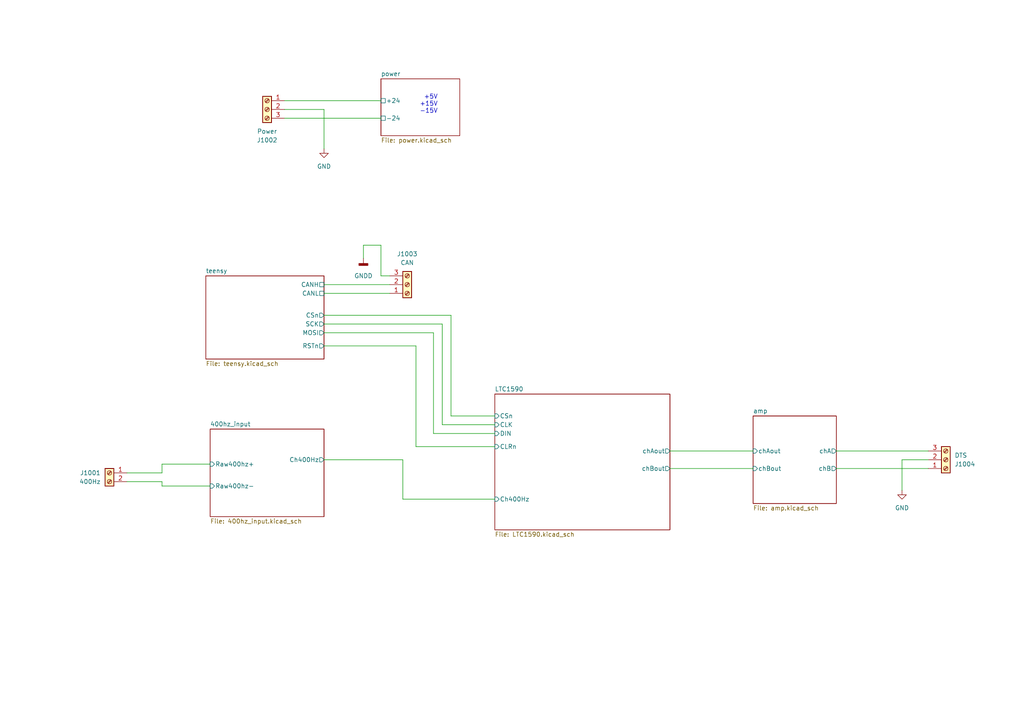
<source format=kicad_sch>
(kicad_sch (version 20231120) (generator "eeschema") (generator_version "8.0")
  (paper "A4")
  (lib_symbols
    (symbol "Connector:Screw_Terminal_01x02" (pin_names (offset 1.016) hide)
      (property "Reference" "J" (at 0 2.54 0))
      (property "Value" "Screw_Terminal_01x02" (at 0 -5.08 0))
      (symbol "Screw_Terminal_01x02_1_1"
        (rectangle (start -1.27 1.27) (end 1.27 -3.81) (stroke (width 0.254)) (fill (type background)))
        (circle (center 0 -2.54) (radius 0.635) (stroke (width 0.1524)))
        (polyline (pts (xy -0.5334 -2.2098) (xy 0.3302 -3.048)) (stroke (width 0.1524)))
        (polyline (pts (xy -0.5334 0.3302) (xy 0.3302 -0.508)) (stroke (width 0.1524)))
        (polyline (pts (xy -0.3556 -2.032) (xy 0.508 -2.8702)) (stroke (width 0.1524)))
        (polyline (pts (xy -0.3556 0.508) (xy 0.508 -0.3302)) (stroke (width 0.1524)))
        (circle (center 0 0) (radius 0.635) (stroke (width 0.1524)))
        (pin passive line (at -5.08 0 0) (length 3.81) (name "Pin_1") (number "1"))
        (pin passive line (at -5.08 -2.54 0) (length 3.81) (name "Pin_2") (number "2"))
      )
    )
    (symbol "Connector:Screw_Terminal_01x03" (pin_names (offset 1.016) hide)
      (property "Reference" "J" (at 0 5.08 0))
      (property "Value" "Screw_Terminal_01x03" (at 0 -5.08 0))
      (symbol "Screw_Terminal_01x03_1_1"
        (rectangle (start -1.27 3.81) (end 1.27 -3.81) (stroke (width 0.254)) (fill (type background)))
        (circle (center 0 -2.54) (radius 0.635) (stroke (width 0.1524)))
        (polyline (pts (xy -0.5334 -2.2098) (xy 0.3302 -3.048)) (stroke (width 0.1524)))
        (polyline (pts (xy -0.5334 0.3302) (xy 0.3302 -0.508)) (stroke (width 0.1524)))
        (polyline (pts (xy -0.5334 2.8702) (xy 0.3302 2.032)) (stroke (width 0.1524)))
        (polyline (pts (xy -0.3556 -2.032) (xy 0.508 -2.8702)) (stroke (width 0.1524)))
        (polyline (pts (xy -0.3556 0.508) (xy 0.508 -0.3302)) (stroke (width 0.1524)))
        (polyline (pts (xy -0.3556 3.048) (xy 0.508 2.2098)) (stroke (width 0.1524)))
        (circle (center 0 0) (radius 0.635) (stroke (width 0.1524)))
        (circle (center 0 2.54) (radius 0.635) (stroke (width 0.1524)))
        (pin passive line (at -5.08 2.54 0) (length 3.81) (name "Pin_1") (number "1"))
        (pin passive line (at -5.08 0 0) (length 3.81) (name "Pin_2") (number "2"))
        (pin passive line (at -5.08 -2.54 0) (length 3.81) (name "Pin_3") (number "3"))
      )
    )
    (symbol "power:GND" (power) (pin_names (offset 0))
      (property "Value" "GND" (at 0 -3.81 0))
      (symbol "GND_0_1"
        (polyline (pts (xy 0 0) (xy 0 -1.27) (xy 1.27 -1.27) (xy 0 -2.54) (xy -1.27 -1.27) (xy 0 -1.27)))
      )
      (symbol "GND_1_1"
        (pin power_in line (at 0 0 270) (length 0) hide (name "GND") (number "1"))
      )
    )
    (symbol "power:GNDD" (power) (pin_names (offset 0))
      (property "Value" "GNDD" (at 0 -3.175 0))
      (symbol "GNDD_0_1"
        (rectangle (start -1.27 -1.524) (end 1.27 -2.032) (stroke (width 0.254)) (fill (type outline)))
        (polyline (pts (xy 0 0) (xy 0 -1.524)))
      )
      (symbol "GNDD_1_1"
        (pin power_in line (at 0 0 270) (length 0) hide (name "GNDD") (number "1"))
      )
    )
  )
  (wire (pts (xy 128.27 93.98) (xy 93.98 93.98)))
  (wire (pts (xy 242.57 135.89) (xy 269.24 135.89)))
  (wire (pts (xy 194.31 130.81) (xy 218.44 130.81)))
  (wire (pts (xy 125.73 125.73) (xy 143.51 125.73)))
  (wire (pts (xy 130.81 91.44) (xy 130.81 120.65)))
  (wire (pts (xy 242.57 130.81) (xy 269.24 130.81)))
  (wire (pts (xy 120.65 100.33) (xy 93.98 100.33)))
  (wire (pts (xy 110.49 71.12) (xy 105.41 71.12)))
  (wire (pts (xy 113.03 80.01) (xy 110.49 80.01)))
  (wire (pts (xy 130.81 120.65) (xy 143.51 120.65)))
  (wire (pts (xy 128.27 123.19) (xy 128.27 93.98)))
  (wire (pts (xy 82.55 29.21) (xy 110.49 29.21)))
  (wire (pts (xy 46.99 137.16) (xy 46.99 134.62)))
  (wire (pts (xy 110.49 80.01) (xy 110.49 71.12)))
  (wire (pts (xy 93.98 133.35) (xy 116.84 133.35)))
  (wire (pts (xy 120.65 129.54) (xy 120.65 100.33)))
  (wire (pts (xy 105.41 71.12) (xy 105.41 74.93)))
  (wire (pts (xy 82.55 34.29) (xy 110.49 34.29)))
  (wire (pts (xy 261.62 133.35) (xy 261.62 142.24)))
  (wire (pts (xy 46.99 139.7) (xy 36.83 139.7)))
  (wire (pts (xy 60.96 140.97) (xy 46.99 140.97)))
  (wire (pts (xy 125.73 96.52) (xy 125.73 125.73)))
  (wire (pts (xy 93.98 82.55) (xy 113.03 82.55)))
  (wire (pts (xy 143.51 129.54) (xy 120.65 129.54)))
  (wire (pts (xy 194.31 135.89) (xy 218.44 135.89)))
  (wire (pts (xy 46.99 134.62) (xy 60.96 134.62)))
  (wire (pts (xy 46.99 140.97) (xy 46.99 139.7)))
  (wire (pts (xy 93.98 96.52) (xy 125.73 96.52)))
  (wire (pts (xy 269.24 133.35) (xy 261.62 133.35)))
  (wire (pts (xy 93.98 31.75) (xy 93.98 43.18)))
  (wire (pts (xy 116.84 133.35) (xy 116.84 144.78)))
  (wire (pts (xy 93.98 85.09) (xy 113.03 85.09)))
  (wire (pts (xy 93.98 91.44) (xy 130.81 91.44)))
  (wire (pts (xy 116.84 144.78) (xy 143.51 144.78)))
  (wire (pts (xy 36.83 137.16) (xy 46.99 137.16)))
  (wire (pts (xy 143.51 123.19) (xy 128.27 123.19)))
  (wire (pts (xy 82.55 31.75) (xy 93.98 31.75)))
  (text "+5V\n+15V\n-15V" (at 127 33.02 0) (effects (font (size 1.27 1.27)) (justify right bottom)))
  (symbol (lib_id "Connector:Screw_Terminal_01x03") (at 118.11 82.55 0) (mirror x) (unit 1)
    (property "Reference" "J1003" (at 118.11 73.66 0))
    (property "Value" "CAN" (at 118.11 76.2 0))
    (property "Footprint" "Connector_Phoenix_MC_HighVoltage:PhoenixContact_MCV_1,5_3-G-5.08_1x03_P5.08mm_Vertical" (effects (hide yes)))
  )
  (symbol (lib_id "power:GND") (at 93.98 43.18 0) (unit 1)
    (property "Reference" "#PWR0101" (effects (hide yes)))
    (property "Value" "GND" (at 93.98 48.26 0))
  )
  (symbol (lib_id "Connector:Screw_Terminal_01x02") (at 31.75 137.16 0) (mirror y) (unit 1)
    (property "Reference" "J1001" (at 29.21 137.16 0) (effects (justify left)))
    (property "Value" "400Hz" (at 29.21 139.7 0) (effects (justify left)))
    (property "Footprint" "Connector_Phoenix_MC_HighVoltage:PhoenixContact_MCV_1,5_2-G-5.08_1x02_P5.08mm_Vertical" (effects (hide yes)))
  )
  (symbol (lib_id "power:GNDD") (at 105.41 74.93 0) (unit 1)
    (property "Reference" "#PWR01001" (effects (hide yes)))
    (property "Value" "GNDD" (at 105.41 80.01 0))
  )
  (symbol (lib_id "Connector:Screw_Terminal_01x03") (at 77.47 31.75 0) (mirror y) (unit 1)
    (property "Reference" "J1002" (at 77.47 40.64 0))
    (property "Value" "Power" (at 77.47 38.1 0))
    (property "Footprint" "Connector_Phoenix_MC_HighVoltage:PhoenixContact_MCV_1,5_3-G-5.08_1x03_P5.08mm_Vertical" (effects (hide yes)))
  )
  (symbol (lib_id "Connector:Screw_Terminal_01x03") (at 274.32 133.35 0) (mirror x) (unit 1)
    (property "Reference" "J1004" (at 276.86 134.6201 0) (effects (justify left)))
    (property "Value" "DTS" (at 276.86 132.0801 0) (effects (justify left)))
    (property "Footprint" "Connector_Phoenix_MC_HighVoltage:PhoenixContact_MCV_1,5_3-G-5.08_1x03_P5.08mm_Vertical" (effects (hide yes)))
  )
  (symbol (lib_id "power:GND") (at 261.62 142.24 0) (unit 1)
    (property "Reference" "#PWR0102" (effects (hide yes)))
    (property "Value" "GND" (at 261.62 147.32 0))
  )
  (sheet (at 218.44 120.65) (size 24.13 25.4) (stroke (width 0.1524))
    (property "Sheetname" "amp" (at 218.44 119.9384 0) (effects (justify left bottom)))
    (property "Sheetfile" "amp.kicad_sch" (at 218.44 146.6346 0) (effects (justify left top)))
    (pin "chA" output (at 242.57 130.81 0))
    (pin "chAout" input (at 218.44 130.81 180))
    (pin "chBout" input (at 218.44 135.89 180))
    (pin "chB" output (at 242.57 135.89 0))
  )
  (sheet (at 143.51 114.3) (size 50.8 39.37) (stroke (width 0.1524))
    (property "Sheetname" "LTC1590" (at 143.51 113.5884 0) (effects (justify left bottom)))
    (property "Sheetfile" "LTC1590.kicad_sch" (at 143.51 154.2546 0) (effects (justify left top)))
    (pin "chBout" output (at 194.31 135.89 0))
    (pin "chAout" output (at 194.31 130.81 0))
    (pin "Ch400Hz" input (at 143.51 144.78 180))
    (pin "CSn" input (at 143.51 120.65 180))
    (pin "CLK" input (at 143.51 123.19 180))
    (pin "DIN" input (at 143.51 125.73 180))
    (pin "CLRn" input (at 143.51 129.54 180))
  )
  (sheet (at 110.49 22.86) (size 22.86 16.51) (stroke (width 0.1524))
    (property "Sheetname" "power" (at 110.49 22.1484 0) (effects (justify left bottom)))
    (property "Sheetfile" "power.kicad_sch" (at 110.49 39.9546 0) (effects (justify left top)))
    (pin "+24" passive (at 110.49 29.21 180))
    (pin "-24" passive (at 110.49 34.29 180))
  )
  (sheet (at 60.96 124.46) (size 33.02 25.4) (stroke (width 0.1524))
    (property "Sheetname" "400hz_input" (at 60.96 123.7484 0) (effects (justify left bottom)))
    (property "Sheetfile" "400hz_input.kicad_sch" (at 60.96 150.4446 0) (effects (justify left top)))
    (pin "Raw400hz+" input (at 60.96 134.62 180))
    (pin "Raw400hz-" input (at 60.96 140.97 180))
    (pin "Ch400Hz" output (at 93.98 133.35 0))
  )
  (sheet (at 59.69 80.01) (size 34.29 24.13) (stroke (width 0.1524))
    (property "Sheetname" "teensy" (at 59.69 79.2984 0) (effects (justify left bottom)))
    (property "Sheetfile" "teensy.kicad_sch" (at 59.69 104.7246 0) (effects (justify left top)))
    (pin "SCK" output (at 93.98 93.98 0))
    (pin "CSn" output (at 93.98 91.44 0))
    (pin "RSTn" output (at 93.98 100.33 0))
    (pin "MOSI" output (at 93.98 96.52 0))
    (pin "CANH" passive (at 93.98 82.55 0))
    (pin "CANL" passive (at 93.98 85.09 0))
  )
)
</source>
